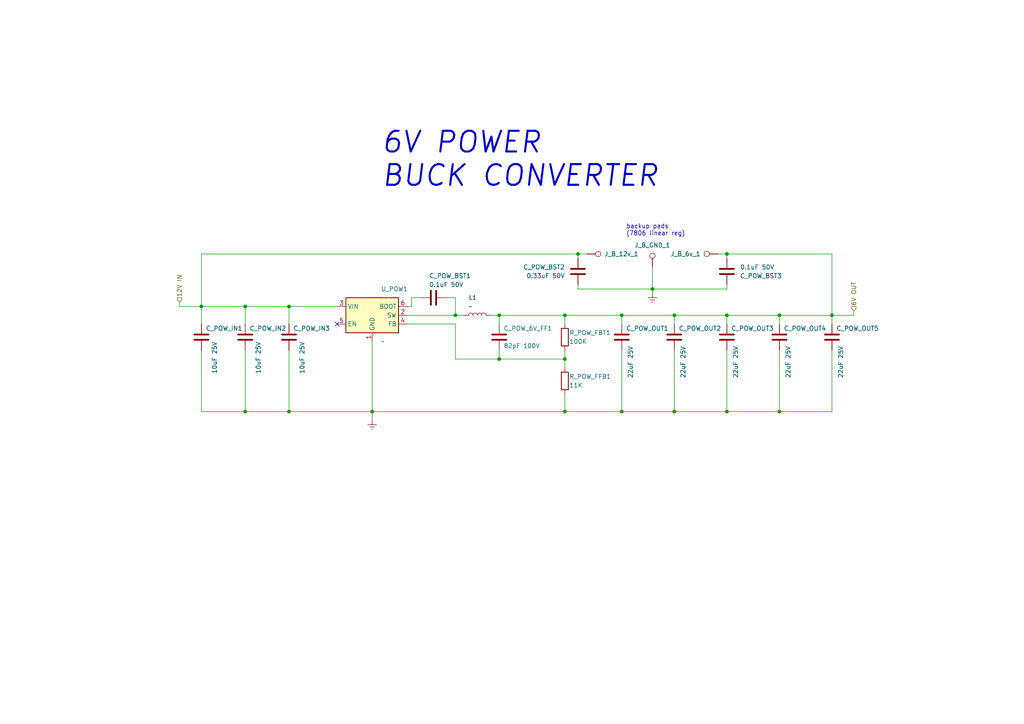
<source format=kicad_sch>
(kicad_sch (version 20211123) (generator eeschema)
  (paper "A4")
  (lib_symbols
    (symbol "Connector:TestPoint" (pin_numbers hide) (pin_names (offset 0.762) hide)
      (property "Reference" "TP" (at 0 6.858 0))
      (property "Value" "TestPoint" (at 0 5.08 0))
      (symbol "TestPoint_0_1"
        (circle (center 0 3.302) (radius 0.762))
      )
      (symbol "TestPoint_1_1"
        (pin passive line (at 0 0 90) (length 2.54) (name "1") (number "1"))
      )
    )
    (symbol "Device:C" (pin_numbers hide) (pin_names (offset 0.254))
      (property "Reference" "C" (at 0.635 2.54 0))
      (property "Value" "C" (at 0.635 -2.54 0))
      (symbol "C_0_1"
        (polyline (pts (xy -2.032 -0.762) (xy 2.032 -0.762)) (stroke (width 0.508)))
        (polyline (pts (xy -2.032 0.762) (xy 2.032 0.762)) (stroke (width 0.508)))
      )
      (symbol "C_1_1"
        (pin passive line (at 0 3.81 270) (length 2.794) (name "~") (number "1"))
        (pin passive line (at 0 -3.81 90) (length 2.794) (name "~") (number "2"))
      )
    )
    (symbol "Device:L" (pin_numbers hide) (pin_names (offset 1.016) hide)
      (property "Reference" "L" (at -1.27 0 90))
      (property "Value" "L" (at 1.905 0 90))
      (symbol "L_0_1"
        (arc (start 0 -2.54) (mid 0.635 -1.905) (end 0 -1.27))
        (arc (start 0 -1.27) (mid 0.635 -0.635) (end 0 0))
        (arc (start 0 0) (mid 0.635 0.635) (end 0 1.27))
        (arc (start 0 1.27) (mid 0.635 1.905) (end 0 2.54))
      )
      (symbol "L_1_1"
        (pin passive line (at 0 3.81 270) (length 1.27) (name "1") (number "1"))
        (pin passive line (at 0 -3.81 90) (length 1.27) (name "2") (number "2"))
      )
    )
    (symbol "Device:R" (pin_numbers hide) (pin_names (offset 0))
      (property "Reference" "R" (at 2.032 0 90))
      (property "Value" "R" (at 0 0 90))
      (symbol "R_0_1"
        (rectangle (start -1.016 -2.54) (end 1.016 2.54) (stroke (width 0.254)))
      )
      (symbol "R_1_1"
        (pin passive line (at 0 3.81 270) (length 1.27) (name "~") (number "1"))
        (pin passive line (at 0 -3.81 90) (length 1.27) (name "~") (number "2"))
      )
    )
    (symbol "Regulator_Switching:TPS54302"
      (property "Reference" "U" (at -7.62 6.35 0))
      (property "Value" "TPS54302" (at 0 6.35 0))
      (symbol "TPS54302_0_1"
        (rectangle (start -7.62 5.08) (end 7.62 -5.08) (stroke (width 0.254)) (fill (type background)))
      )
      (symbol "TPS54302_1_1"
        (pin power_in line (at 0 -7.62 90) (length 2.54) (name "GND") (number "1"))
        (pin power_out line (at 10.16 0 180) (length 2.54) (name "SW") (number "2"))
        (pin power_in line (at -10.16 2.54 0) (length 2.54) (name "VIN") (number "3"))
        (pin input line (at 10.16 -2.54 180) (length 2.54) (name "FB") (number "4"))
        (pin input line (at -10.16 -2.54 0) (length 2.54) (name "EN") (number "5"))
        (pin passive line (at 10.16 2.54 180) (length 2.54) (name "BOOT") (number "6"))
      )
    )
    (symbol "power:GNDREF" (power) (pin_names (offset 0))
      (property "Value" "GNDREF" (at 0 -3.81 0))
      (symbol "GNDREF_0_1"
        (polyline (pts (xy -0.635 -1.905) (xy 0.635 -1.905)))
        (polyline (pts (xy -0.127 -2.54) (xy 0.127 -2.54)))
        (polyline (pts (xy 0 -1.27) (xy 0 0)))
        (polyline (pts (xy 1.27 -1.27) (xy -1.27 -1.27)))
      )
      (symbol "GNDREF_1_1"
        (pin power_in line (at 0 0 270) (length 0) hide (name "GNDREF") (number "1"))
      )
    )
  )
  (junction (at 195.58 119.38))
  (junction (at 167.64 73.66))
  (junction (at 71.12 88.9))
  (junction (at 195.58 91.44))
  (junction (at 163.83 91.44))
  (junction (at 83.82 119.38))
  (junction (at 226.06 119.38))
  (junction (at 180.34 119.38))
  (junction (at 58.42 88.9))
  (junction (at 163.83 119.38))
  (junction (at 226.06 91.44))
  (junction (at 71.12 119.38))
  (junction (at 210.82 91.44))
  (junction (at 189.23 83.82))
  (junction (at 107.95 119.38))
  (junction (at 163.83 104.14))
  (junction (at 180.34 91.44))
  (junction (at 83.82 88.9))
  (junction (at 144.78 91.44))
  (junction (at 210.82 73.66))
  (junction (at 144.78 104.14))
  (junction (at 241.3 91.44))
  (junction (at 210.82 119.38))
  (junction (at 132.08 91.44))
  (no_connect (at 97.79 93.98))
  (wire (pts (xy 247.65 90.17) (xy 247.65 91.44)))
  (wire (pts (xy 226.06 101.6) (xy 226.06 119.38)))
  (wire (pts (xy 180.34 119.38) (xy 195.58 119.38)))
  (wire (pts (xy 167.64 73.66) (xy 167.64 74.93)))
  (wire (pts (xy 163.83 114.3) (xy 163.83 119.38)))
  (wire (pts (xy 71.12 119.38) (xy 83.82 119.38)))
  (wire (pts (xy 226.06 91.44) (xy 226.06 93.98)))
  (wire (pts (xy 107.95 99.06) (xy 107.95 119.38)))
  (wire (pts (xy 163.83 91.44) (xy 163.83 93.98)))
  (wire (pts (xy 107.95 119.38) (xy 163.83 119.38)))
  (wire (pts (xy 132.08 86.36) (xy 132.08 91.44)))
  (wire (pts (xy 210.82 91.44) (xy 210.82 93.98)))
  (wire (pts (xy 210.82 101.6) (xy 210.82 119.38)))
  (wire (pts (xy 241.3 101.6) (xy 241.3 119.38)))
  (wire (pts (xy 144.78 104.14) (xy 163.83 104.14)))
  (wire (pts (xy 167.64 83.82) (xy 189.23 83.82)))
  (wire (pts (xy 107.95 119.38) (xy 107.95 121.92)))
  (wire (pts (xy 226.06 91.44) (xy 241.3 91.44)))
  (wire (pts (xy 83.82 119.38) (xy 107.95 119.38)))
  (wire (pts (xy 83.82 88.9) (xy 97.79 88.9)))
  (wire (pts (xy 83.82 101.6) (xy 83.82 119.38)))
  (wire (pts (xy 195.58 119.38) (xy 210.82 119.38)))
  (wire (pts (xy 142.24 91.44) (xy 144.78 91.44)))
  (wire (pts (xy 163.83 119.38) (xy 180.34 119.38)))
  (wire (pts (xy 132.08 91.44) (xy 134.62 91.44)))
  (wire (pts (xy 163.83 91.44) (xy 180.34 91.44)))
  (wire (pts (xy 144.78 101.6) (xy 144.78 104.14)))
  (wire (pts (xy 163.83 101.6) (xy 163.83 104.14)))
  (wire (pts (xy 210.82 82.55) (xy 210.82 83.82)))
  (wire (pts (xy 118.11 91.44) (xy 132.08 91.44)))
  (wire (pts (xy 83.82 88.9) (xy 83.82 93.98)))
  (wire (pts (xy 129.54 86.36) (xy 132.08 86.36)))
  (wire (pts (xy 180.34 91.44) (xy 180.34 93.98)))
  (wire (pts (xy 195.58 91.44) (xy 210.82 91.44)))
  (wire (pts (xy 132.08 104.14) (xy 144.78 104.14)))
  (wire (pts (xy 180.34 91.44) (xy 195.58 91.44)))
  (wire (pts (xy 144.78 91.44) (xy 163.83 91.44)))
  (wire (pts (xy 241.3 73.66) (xy 241.3 91.44)))
  (wire (pts (xy 241.3 91.44) (xy 241.3 93.98)))
  (wire (pts (xy 52.07 87.63) (xy 52.07 88.9)))
  (wire (pts (xy 118.11 93.98) (xy 132.08 93.98)))
  (wire (pts (xy 210.82 73.66) (xy 210.82 74.93)))
  (wire (pts (xy 195.58 91.44) (xy 195.58 93.98)))
  (wire (pts (xy 226.06 119.38) (xy 241.3 119.38)))
  (wire (pts (xy 58.42 119.38) (xy 71.12 119.38)))
  (wire (pts (xy 118.11 88.9) (xy 119.38 88.9)))
  (wire (pts (xy 71.12 88.9) (xy 83.82 88.9)))
  (wire (pts (xy 58.42 73.66) (xy 167.64 73.66)))
  (wire (pts (xy 210.82 91.44) (xy 226.06 91.44)))
  (wire (pts (xy 71.12 101.6) (xy 71.12 119.38)))
  (wire (pts (xy 180.34 101.6) (xy 180.34 119.38)))
  (wire (pts (xy 208.28 73.66) (xy 210.82 73.66)))
  (wire (pts (xy 58.42 88.9) (xy 71.12 88.9)))
  (wire (pts (xy 119.38 88.9) (xy 119.38 86.36)))
  (wire (pts (xy 71.12 88.9) (xy 71.12 93.98)))
  (wire (pts (xy 210.82 119.38) (xy 226.06 119.38)))
  (wire (pts (xy 132.08 93.98) (xy 132.08 104.14)))
  (wire (pts (xy 167.64 82.55) (xy 167.64 83.82)))
  (wire (pts (xy 241.3 91.44) (xy 247.65 91.44)))
  (wire (pts (xy 119.38 86.36) (xy 121.92 86.36)))
  (wire (pts (xy 189.23 83.82) (xy 189.23 85.09)))
  (wire (pts (xy 58.42 88.9) (xy 58.42 93.98)))
  (wire (pts (xy 163.83 106.68) (xy 163.83 104.14)))
  (wire (pts (xy 52.07 88.9) (xy 58.42 88.9)))
  (wire (pts (xy 195.58 101.6) (xy 195.58 119.38)))
  (wire (pts (xy 210.82 83.82) (xy 189.23 83.82)))
  (wire (pts (xy 58.42 73.66) (xy 58.42 88.9)))
  (wire (pts (xy 144.78 91.44) (xy 144.78 93.98)))
  (wire (pts (xy 189.23 77.47) (xy 189.23 83.82)))
  (wire (pts (xy 167.64 73.66) (xy 170.18 73.66)))
  (wire (pts (xy 58.42 101.6) (xy 58.42 119.38)))
  (wire (pts (xy 210.82 73.66) (xy 241.3 73.66)))
  (text "backup pads\n(7806 linear reg)" (at 181.61 68.58 0) (effects (font (size 1.27 1.27)) (justify left bottom)))
  (text "6V POWER\nBUCK CONVERTER" (at 110.49 54.61 0) (effects (font (size 6 6) (thickness 0.6) bold italic) (justify left bottom)))
  (hierarchical_label "12V IN" (shape input) (at 52.07 87.63 90))
  (hierarchical_label "6V OUT" (shape input) (at 247.65 90.17 90))
  (symbol (lib_id "Connector:TestPoint") (at 170.18 73.66 270) (unit 1)
    (property "Reference" "J_B_12v_1" (at 175.26 73.66 90) (effects (justify left)))
    (property "Value" "TestPoint" (effects hide))
    (property "Footprint" "TestPoint:TestPoint_Pad_D1.5mm" (effects hide))
    (property "Datasheet" "xxx" (effects hide))
    (property "#" "xxx" (effects hide))
    (property "Group" "Pads" (effects hide))
    (property "Description" "Testing point" (effects hide))
    (property "Mouser" "OK" (effects hide))
  )
  (symbol (lib_id "power:GNDREF") (at 107.95 121.92 0) (unit 1)
    (property "Reference" "#PWR0133" (effects hide))
  )
  (symbol (lib_id "Device:C") (at 144.78 97.79 0) (unit 1)
    (property "Reference" "C_POW_6V_FF1" (at 146.05 95.25 0) (effects (justify left)))
    (property "Value" "82pF 100V" (at 146.05 100.33 0) (effects (justify left)))
    (property "Footprint" "Capacitor_SMD:C_0603_1608Metric_Pad1.08x0.95mm_HandSolder" (effects hide))
    (property "Datasheet" "https://br.mouser.com/datasheet/2/427/vjcommercialseries-1764145.pdf" (effects hide))
    (property "#" "VJ0603A820JXBAC" (effects hide))
    (property "Description" "Feedback" (effects hide))
    (property "Group" "6V power" (effects hide))
    (property "Obs" "wes" (effects hide))
    (property "Mouser" "OK" (effects hide))
  )
  (symbol (lib_id "Device:C") (at 180.34 97.79 0) (unit 1)
    (property "Reference" "C_POW_OUT1" (at 181.61 95.25 0) (effects (justify left)))
    (property "Value" "22uF 25V" (at 182.88 100.33 90) (effects (justify right)))
    (property "Footprint" "Capacitor_SMD:C_1210_3225Metric_Pad1.33x2.70mm_HandSolder" (effects hide))
    (property "Datasheet" "https://product.tdk.com/system/files/dam/doc/product/capacitor/ceramic/mlcc/catalog/mlcc_commercial_general_en.pdf?ref_disty=mouser" (effects hide))
    (property "#" "C3225X7R1E226M250AB" (effects hide))
    (property "Description" "Decouple" (effects hide))
    (property "Group" "6V power" (effects hide))
    (property "Obs" "wes" (effects hide))
    (property "Mouser" "OK" (effects hide))
  )
  (symbol (lib_id "Device:R") (at 163.83 97.79 180) (unit 1)
    (property "Reference" "R_POW_FBT1" (at 165.1 96.52 0) (effects (justify right)))
    (property "Value" "100K" (at 165.1 99.06 0) (effects (justify right)))
    (property "Footprint" "Resistor_SMD:R_0603_1608Metric_Pad0.98x0.95mm_HandSolder" (effects hide))
    (property "Datasheet" "https://br.mouser.com/datasheet/2/54/chp_a-1858677.pdf" (effects hide))
    (property "#" "CHP0603AFX-1003ELF" (effects hide))
    (property "Group" "6V power" (effects hide))
    (property "Obs" "wes" (effects hide))
    (property "Mouser" "OK" (effects hide))
  )
  (symbol (lib_id "Connector:TestPoint") (at 189.23 77.47 0) (unit 1)
    (property "Reference" "J_B_GND_1" (at 189.23 71.12 0))
    (property "Value" "TestPoint" (effects hide))
    (property "Footprint" "TestPoint:TestPoint_Pad_D1.5mm" (effects hide))
    (property "Datasheet" "xxx" (effects hide))
    (property "#" "xxx" (effects hide))
    (property "Group" "Pads" (effects hide))
    (property "Description" "Testing point" (effects hide))
    (property "Mouser" "OK" (effects hide))
  )
  (symbol (lib_id "Device:C") (at 58.42 97.79 0) (unit 1)
    (property "Reference" "C_POW_IN1" (at 59.69 95.25 0) (effects (justify left)))
    (property "Value" "10uF 25V" (at 62.23 99.06 90) (effects (justify right)))
    (property "Footprint" "Capacitor_SMD:C_1210_3225Metric_Pad1.33x2.70mm_HandSolder" (effects hide))
    (property "Datasheet" "https://product.tdk.com/system/files/dam/doc/product/capacitor/ceramic/mlcc/catalog/mlcc_commercial_general_en.pdf?ref_disty=mouser" (effects hide))
    (property "#" "C1608X5R1E106M080AC" (effects hide))
    (property "Description" "Decouple" (effects hide))
    (property "Group" "6V power" (effects hide))
    (property "Obs" "wes" (effects hide))
    (property "Mouser" "OK" (effects hide))
  )
  (symbol (lib_id "power:GNDREF") (at 189.23 85.09 0) (unit 1)
    (property "Reference" "#PWR0139" (effects hide))
  )
  (symbol (lib_id "Device:L") (at 138.43 91.44 90) (unit 1)
    (property "Reference" "L1" (at 135.89 86.36 90) (effects (justify right)))
    (property "Value" "~" (at 135.89 88.9 90) (effects (justify right)))
    (property "Footprint" "SRP6060FA:SRP6060FA-4R7M" (effects hide))
    (property "Datasheet" "https://br.mouser.com/datasheet/2/54/srp6060fa-1391623.pdf" (effects hide))
    (property "#" "SRP6060FA-100M" (effects hide))
    (property "Description" "Inductor" (effects hide))
    (property "Group" "6V power" (effects hide))
    (property "Mouser" "OK" (effects hide))
  )
  (symbol (lib_id "Device:C") (at 210.82 97.79 0) (unit 1)
    (property "Reference" "C_POW_OUT3" (at 212.09 95.25 0) (effects (justify left)))
    (property "Value" "22uF 25V" (at 213.36 100.33 90) (effects (justify right)))
    (property "Footprint" "Capacitor_SMD:C_1210_3225Metric_Pad1.33x2.70mm_HandSolder" (effects hide))
    (property "Datasheet" "https://product.tdk.com/system/files/dam/doc/product/capacitor/ceramic/mlcc/catalog/mlcc_commercial_general_en.pdf?ref_disty=mouser" (effects hide))
    (property "#" "C3225X7R1E226M250AB" (effects hide))
    (property "Description" "Decouple" (effects hide))
    (property "Group" "6V power" (effects hide))
    (property "Obs" "wes" (effects hide))
    (property "Mouser" "OK" (effects hide))
  )
  (symbol (lib_id "Device:C") (at 210.82 78.74 0) (unit 1)
    (property "Reference" "C_POW_BST3" (at 214.63 80.01 0) (effects (justify left)))
    (property "Value" "0.1uF 50V" (at 214.63 77.47 0) (effects (justify left)))
    (property "Footprint" "Capacitor_SMD:C_0603_1608Metric_Pad1.08x0.95mm_HandSolder" (effects hide))
    (property "Datasheet" "https://product.tdk.com/system/files/dam/doc/product/capacitor/ceramic/mlcc/catalog/mlcc_commercial_general_en.pdf?ref_disty=mouser" (effects hide))
    (property "#" "C1608X7R1H104K080AA" (effects hide))
    (property "Description" "Boost" (effects hide))
    (property "Group" "6V power" (effects hide))
    (property "Mouser" "OK" (effects hide))
  )
  (symbol (lib_id "Device:C") (at 167.64 78.74 180) (unit 1)
    (property "Reference" "C_POW_BST2" (at 163.83 77.47 0) (effects (justify left)))
    (property "Value" "0.33uF 50V" (at 163.83 80.01 0) (effects (justify left)))
    (property "Footprint" "Capacitor_SMD:C_0603_1608Metric_Pad1.08x0.95mm_HandSolder" (effects hide))
    (property "Description" "Boost" (effects hide))
    (property "Group" "6V power" (effects hide))
    (property "Mouser" "OK" (effects hide))
  )
  (symbol (lib_id "Connector:TestPoint") (at 208.28 73.66 90) (unit 1)
    (property "Reference" "J_B_6v_1" (at 203.2 73.66 90) (effects (justify left)))
    (property "Value" "TestPoint" (effects hide))
    (property "Footprint" "TestPoint:TestPoint_Pad_D1.5mm" (effects hide))
    (property "Datasheet" "xxx" (effects hide))
    (property "#" "xxx" (effects hide))
    (property "Group" "Pads" (effects hide))
    (property "Description" "Testing point" (effects hide))
    (property "Mouser" "OK" (effects hide))
  )
  (symbol (lib_id "Device:C") (at 241.3 97.79 0) (unit 1)
    (property "Reference" "C_POW_OUT5" (at 242.57 95.25 0) (effects (justify left)))
    (property "Value" "22uF 25V" (at 243.84 100.33 90) (effects (justify right)))
    (property "Footprint" "Capacitor_SMD:C_1210_3225Metric_Pad1.33x2.70mm_HandSolder" (effects hide))
    (property "Datasheet" "https://product.tdk.com/system/files/dam/doc/product/capacitor/ceramic/mlcc/catalog/mlcc_commercial_general_en.pdf?ref_disty=mouser" (effects hide))
    (property "#" "C3225X7R1E226M250AB" (effects hide))
    (property "Description" "Decouple" (effects hide))
    (property "Group" "6V power" (effects hide))
    (property "Obs" "wes" (effects hide))
    (property "Mouser" "OK" (effects hide))
  )
  (symbol (lib_id "Device:C") (at 125.73 86.36 90) (unit 1)
    (property "Reference" "C_POW_BST1" (at 124.46 80.01 90) (effects (justify right)))
    (property "Value" "0.1uF 50V" (at 124.46 82.55 90) (effects (justify right)))
    (property "Footprint" "Capacitor_SMD:C_0603_1608Metric_Pad1.08x0.95mm_HandSolder" (effects hide))
    (property "Datasheet" "https://product.tdk.com/system/files/dam/doc/product/capacitor/ceramic/mlcc/catalog/mlcc_commercial_general_en.pdf?ref_disty=mouser" (effects hide))
    (property "#" "C1608X7R1H104K080AA" (effects hide))
    (property "Description" "Boost" (effects hide))
    (property "Group" "6V power" (effects hide))
    (property "Mouser" "OK" (effects hide))
  )
  (symbol (lib_id "Device:C") (at 71.12 97.79 0) (unit 1)
    (property "Reference" "C_POW_IN2" (at 72.39 95.25 0) (effects (justify left)))
    (property "Value" "10uF 25V" (at 74.93 99.06 90) (effects (justify right)))
    (property "Footprint" "Capacitor_SMD:C_1210_3225Metric_Pad1.33x2.70mm_HandSolder" (effects hide))
    (property "Datasheet" "https://product.tdk.com/system/files/dam/doc/product/capacitor/ceramic/mlcc/catalog/mlcc_commercial_general_en.pdf?ref_disty=mouser" (effects hide))
    (property "#" "C1608X5R1E106M080AC" (effects hide))
    (property "Description" "Decouple" (effects hide))
    (property "Group" "6V power" (effects hide))
    (property "Obs" "wes" (effects hide))
    (property "Mouser" "OK" (effects hide))
  )
  (symbol (lib_id "Device:C") (at 195.58 97.79 0) (unit 1)
    (property "Reference" "C_POW_OUT2" (at 196.85 95.25 0) (effects (justify left)))
    (property "Value" "22uF 25V" (at 198.12 100.33 90) (effects (justify right)))
    (property "Footprint" "Capacitor_SMD:C_1210_3225Metric_Pad1.33x2.70mm_HandSolder" (effects hide))
    (property "Datasheet" "https://product.tdk.com/system/files/dam/doc/product/capacitor/ceramic/mlcc/catalog/mlcc_commercial_general_en.pdf?ref_disty=mouser" (effects hide))
    (property "#" "C3225X7R1E226M250AB" (effects hide))
    (property "Description" "Decouple" (effects hide))
    (property "Group" "6V power" (effects hide))
    (property "Obs" "wes" (effects hide))
    (property "Mouser" "OK" (effects hide))
  )
  (symbol (lib_id "Device:R") (at 163.83 110.49 180) (unit 1)
    (property "Reference" "R_POW_FFB1" (at 165.1 109.22 0) (effects (justify right)))
    (property "Value" "11K" (at 165.1 111.76 0) (effects (justify right)))
    (property "Footprint" "Resistor_SMD:R_0603_1608Metric_Pad0.98x0.95mm_HandSolder" (effects hide))
    (property "Datasheet" "https://br.mouser.com/datasheet/2/427/crcwhpe3-1713858.pdf" (effects hide))
    (property "#" "CRCW060311K0JNEAHP" (effects hide))
    (property "Description" "Feedback" (effects hide))
    (property "Group" "6V power" (effects hide))
    (property "Obs" "wes" (effects hide))
    (property "Mouser" "OK" (effects hide))
  )
  (symbol (lib_id "Device:C") (at 83.82 97.79 0) (unit 1)
    (property "Reference" "C_POW_IN3" (at 85.09 95.25 0) (effects (justify left)))
    (property "Value" "10uF 25V" (at 87.63 99.06 90) (effects (justify right)))
    (property "Footprint" "Capacitor_SMD:C_1210_3225Metric_Pad1.33x2.70mm_HandSolder" (effects hide))
    (property "Datasheet" "https://product.tdk.com/system/files/dam/doc/product/capacitor/ceramic/mlcc/catalog/mlcc_commercial_general_en.pdf?ref_disty=mouser" (effects hide))
    (property "#" "C1608X5R1E106M080AC" (effects hide))
    (property "Description" "Decouple" (effects hide))
    (property "Group" "6V power" (effects hide))
    (property "Obs" "wes" (effects hide))
    (property "Mouser" "OK" (effects hide))
  )
  (symbol (lib_id "Regulator_Switching:TPS54302") (at 107.95 91.44 0) (unit 1)
    (property "Reference" "U_POW1" (at 110.49 83.82 0) (effects (justify left)))
    (property "Value" "~" (at 110.49 99.06 0) (effects (justify left)))
    (property "Footprint" "Package_TO_SOT_SMD:SOT-23-6_Handsoldering" (effects hide))
    (property "Datasheet" "https://www.ti.com/general/docs/suppproductinfo.tsp?distId=26&gotoUrl=https://www.ti.com/lit/gpn/tps54302" (effects hide))
    (property "#" "TPS54302" (effects hide))
    (property "Description" "IC" (effects hide))
    (property "Group" "6V power" (effects hide))
    (property "Mouser" "N" (effects hide))
    (property "Obs" "wes / alternative TPS5430MDDAREP not dropin" (effects hide))
  )
  (symbol (lib_id "Device:C") (at 226.06 97.79 0) (unit 1)
    (property "Reference" "C_POW_OUT4" (at 227.33 95.25 0) (effects (justify left)))
    (property "Value" "22uF 25V" (at 228.6 100.33 90) (effects (justify right)))
    (property "Footprint" "Capacitor_SMD:C_1210_3225Metric_Pad1.33x2.70mm_HandSolder" (effects hide))
    (property "Datasheet" "https://product.tdk.com/system/files/dam/doc/product/capacitor/ceramic/mlcc/catalog/mlcc_commercial_general_en.pdf?ref_disty=mouser" (effects hide))
    (property "#" "C3225X7R1E226M250AB" (effects hide))
    (property "Description" "Decouple" (effects hide))
    (property "Group" "6V power" (effects hide))
    (property "Obs" "wes" (effects hide))
    (property "Mouser" "OK" (effects hide))
  )
)
</source>
